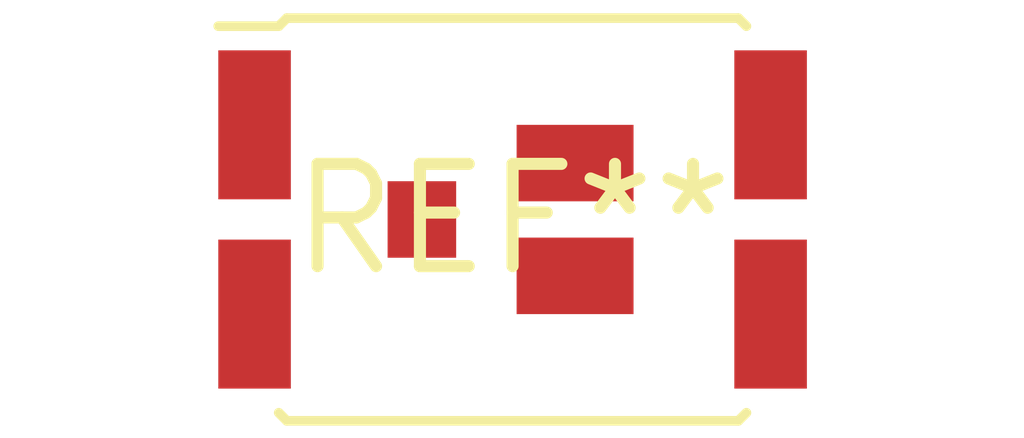
<source format=kicad_pcb>
(kicad_pcb (version 20240108) (generator pcbnew)
  (layers (0 "F.Cu" signal) (31 "B.Cu" signal) (34 "B.Paste" user) (35 "F.Paste" user) (36 "B.SilkS" user "B.Silkscreen") (37 "F.SilkS" user "F.Silkscreen") (38 "B.Mask" user) (39 "F.Mask" user) (44 "Edge.Cuts" user))
  (net 0 "")
  (footprint "DirectFET_MN" (layer "F.Cu") (at 0 0)
    (property "Reference" "REF**")
    (property "Value" "DirectFET_MN")
    (fp_line (start -3.65 -2.4) (end -2.9 -2.4) (layer "F.SilkS") (stroke (width 0.12)))
    (fp_line (start -2.9 -2.4) (end -2.8 -2.5) (layer "F.SilkS") (stroke (width 0.12)))
    (fp_line (start -2.8 -2.5) (end 2.8 -2.5) (layer "F.SilkS") (stroke (width 0.12)))
    (fp_line (start -2.8 2.5) (end -2.9 2.4) (layer "F.SilkS") (stroke (width 0.12)))
    (fp_line (start 2.8 -2.5) (end 2.9 -2.4) (layer "F.SilkS") (stroke (width 0.12)))
    (fp_line (start 2.8 2.5) (end -2.8 2.5) (layer "F.SilkS") (stroke (width 0.12)))
    (fp_line (start 2.9 2.4) (end 2.8 2.5) (layer "F.SilkS") (stroke (width 0.12)))
    (pad "1" smd rect (at -3.2 -1.175) (size 0.9 1.85) (layers "F.Cu" "F.Paste" "F.Mask"))
    (pad "1" smd rect (at -3.2 1.175) (size 0.9 1.85) (layers "F.Cu" "F.Paste" "F.Mask"))
    (pad "1" smd rect (at 3.2 -1.175) (size 0.9 1.85) (layers "F.Cu" "F.Paste" "F.Mask"))
    (pad "1" smd rect (at 3.2 1.175) (size 0.9 1.85) (layers "F.Cu" "F.Paste" "F.Mask"))
    (pad "2" smd rect (at -1.125 0) (size 0.85 0.95) (layers "F.Cu" "F.Paste" "F.Mask"))
    (pad "3" smd rect (at 0.775 -0.7) (size 1.45 0.95) (layers "F.Cu" "F.Paste" "F.Mask"))
    (pad "3" smd rect (at 0.775 0.7) (size 1.45 0.95) (layers "F.Cu" "F.Paste" "F.Mask"))
  )
)
</source>
